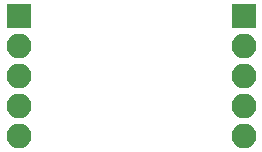
<source format=gbr>
G04 #@! TF.GenerationSoftware,KiCad,Pcbnew,5.0.0*
G04 #@! TF.CreationDate,2018-11-11T14:48:16-05:00*
G04 #@! TF.ProjectId,Pi-Temp_Humidity,50692D54656D705F48756D6964697479,rev?*
G04 #@! TF.SameCoordinates,Original*
G04 #@! TF.FileFunction,Soldermask,Bot*
G04 #@! TF.FilePolarity,Negative*
%FSLAX46Y46*%
G04 Gerber Fmt 4.6, Leading zero omitted, Abs format (unit mm)*
G04 Created by KiCad (PCBNEW 5.0.0) date Sun Nov 11 14:48:16 2018*
%MOMM*%
%LPD*%
G01*
G04 APERTURE LIST*
%ADD10R,2.100000X2.100000*%
%ADD11O,2.100000X2.100000*%
G04 APERTURE END LIST*
D10*
G04 #@! TO.C,J4*
X201930000Y-81280000D03*
D11*
X201930000Y-83820000D03*
X201930000Y-86360000D03*
X201930000Y-88900000D03*
X201930000Y-91440000D03*
G04 #@! TD*
D10*
G04 #@! TO.C,J1*
X182880000Y-81280000D03*
D11*
X182880000Y-83820000D03*
X182880000Y-86360000D03*
X182880000Y-88900000D03*
X182880000Y-91440000D03*
G04 #@! TD*
M02*

</source>
